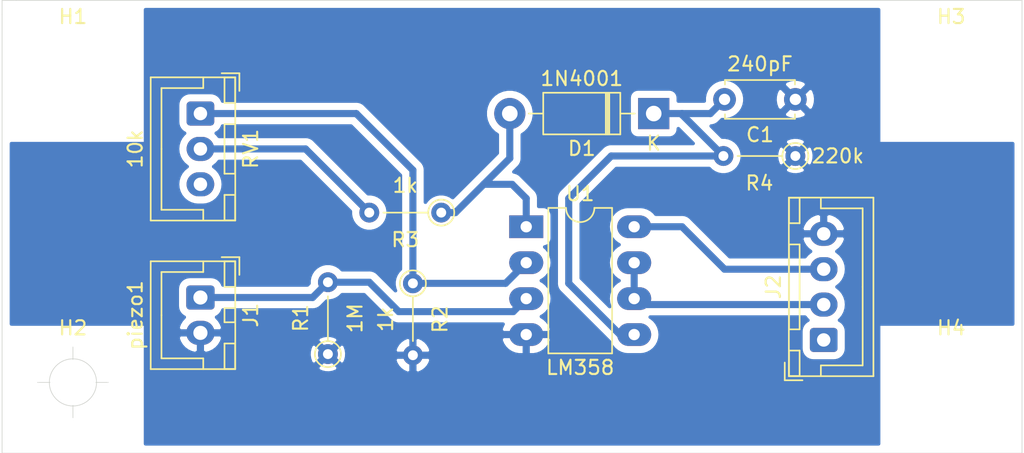
<source format=kicad_pcb>
(kicad_pcb (version 20171130) (host pcbnew 5.1.10-88a1d61d58~90~ubuntu20.04.1)

  (general
    (thickness 1.6)
    (drawings 7)
    (tracks 36)
    (zones 0)
    (modules 14)
    (nets 11)
  )

  (page A4)
  (layers
    (0 F.Cu signal)
    (31 B.Cu signal)
    (32 B.Adhes user)
    (33 F.Adhes user)
    (34 B.Paste user)
    (35 F.Paste user)
    (36 B.SilkS user)
    (37 F.SilkS user)
    (38 B.Mask user)
    (39 F.Mask user)
    (40 Dwgs.User user)
    (41 Cmts.User user)
    (42 Eco1.User user)
    (43 Eco2.User user)
    (44 Edge.Cuts user)
    (45 Margin user)
    (46 B.CrtYd user)
    (47 F.CrtYd user)
    (48 B.Fab user)
    (49 F.Fab user)
  )

  (setup
    (last_trace_width 0.5)
    (user_trace_width 0.5)
    (trace_clearance 0.2)
    (zone_clearance 0.508)
    (zone_45_only no)
    (trace_min 0.2)
    (via_size 0.8)
    (via_drill 0.4)
    (via_min_size 0.4)
    (via_min_drill 0.3)
    (uvia_size 0.3)
    (uvia_drill 0.1)
    (uvias_allowed no)
    (uvia_min_size 0.2)
    (uvia_min_drill 0.1)
    (edge_width 0.05)
    (segment_width 0.2)
    (pcb_text_width 0.3)
    (pcb_text_size 1.5 1.5)
    (mod_edge_width 0.12)
    (mod_text_size 1 1)
    (mod_text_width 0.15)
    (pad_size 1.524 1.524)
    (pad_drill 0.762)
    (pad_to_mask_clearance 0)
    (aux_axis_origin 0 0)
    (grid_origin 66 134)
    (visible_elements FFFFFF7F)
    (pcbplotparams
      (layerselection 0x010fc_ffffffff)
      (usegerberextensions false)
      (usegerberattributes true)
      (usegerberadvancedattributes true)
      (creategerberjobfile true)
      (excludeedgelayer true)
      (linewidth 0.100000)
      (plotframeref false)
      (viasonmask false)
      (mode 1)
      (useauxorigin false)
      (hpglpennumber 1)
      (hpglpenspeed 20)
      (hpglpendiameter 15.000000)
      (psnegative false)
      (psa4output false)
      (plotreference true)
      (plotvalue true)
      (plotinvisibletext false)
      (padsonsilk false)
      (subtractmaskfromsilk false)
      (outputformat 1)
      (mirror false)
      (drillshape 1)
      (scaleselection 1)
      (outputdirectory ""))
  )

  (net 0 "")
  (net 1 GND)
  (net 2 "Net-(C1-Pad2)")
  (net 3 "Net-(D1-Pad2)")
  (net 4 "Net-(J1-Pad1)")
  (net 5 "Net-(J2-Pad1)")
  (net 6 "Net-(J2-Pad2)")
  (net 7 +5V)
  (net 8 "Net-(R2-Pad1)")
  (net 9 "Net-(R3-Pad2)")
  (net 10 "Net-(RV1-Pad3)")

  (net_class Default "This is the default net class."
    (clearance 0.2)
    (trace_width 0.25)
    (via_dia 0.8)
    (via_drill 0.4)
    (uvia_dia 0.3)
    (uvia_drill 0.1)
    (add_net +5V)
    (add_net GND)
    (add_net "Net-(C1-Pad2)")
    (add_net "Net-(D1-Pad2)")
    (add_net "Net-(J1-Pad1)")
    (add_net "Net-(J2-Pad1)")
    (add_net "Net-(J2-Pad2)")
    (add_net "Net-(R2-Pad1)")
    (add_net "Net-(R3-Pad2)")
    (add_net "Net-(RV1-Pad3)")
  )

  (module Resistor_THT:R_Axial_DIN0204_L3.6mm_D1.6mm_P5.08mm_Vertical (layer F.Cu) (tedit 5AE5139B) (tstamp 623E799F)
    (at 97 117 180)
    (descr "Resistor, Axial_DIN0204 series, Axial, Vertical, pin pitch=5.08mm, 0.167W, length*diameter=3.6*1.6mm^2, http://cdn-reichelt.de/documents/datenblatt/B400/1_4W%23YAG.pdf")
    (tags "Resistor Axial_DIN0204 series Axial Vertical pin pitch 5.08mm 0.167W length 3.6mm diameter 1.6mm")
    (path /6243258B)
    (fp_text reference R3 (at 2.54 -1.92) (layer F.SilkS)
      (effects (font (size 1 1) (thickness 0.15)))
    )
    (fp_text value 1k (at 2.54 1.92) (layer F.SilkS)
      (effects (font (size 1 1) (thickness 0.15)))
    )
    (fp_line (start 6.03 -1.05) (end -1.05 -1.05) (layer F.CrtYd) (width 0.05))
    (fp_line (start 6.03 1.05) (end 6.03 -1.05) (layer F.CrtYd) (width 0.05))
    (fp_line (start -1.05 1.05) (end 6.03 1.05) (layer F.CrtYd) (width 0.05))
    (fp_line (start -1.05 -1.05) (end -1.05 1.05) (layer F.CrtYd) (width 0.05))
    (fp_line (start 0.92 0) (end 4.08 0) (layer F.SilkS) (width 0.12))
    (fp_line (start 0 0) (end 5.08 0) (layer F.Fab) (width 0.1))
    (fp_circle (center 0 0) (end 0.92 0) (layer F.SilkS) (width 0.12))
    (fp_circle (center 0 0) (end 0.8 0) (layer F.Fab) (width 0.1))
    (fp_text user %R (at 2.54 -1.92) (layer F.Fab)
      (effects (font (size 1 1) (thickness 0.15)))
    )
    (pad 1 thru_hole circle (at 0 0 180) (size 1.4 1.4) (drill 0.7) (layers *.Cu *.Mask)
      (net 3 "Net-(D1-Pad2)"))
    (pad 2 thru_hole oval (at 5.08 0 180) (size 1.4 1.4) (drill 0.7) (layers *.Cu *.Mask)
      (net 9 "Net-(R3-Pad2)"))
    (model ${KISYS3DMOD}/Resistor_THT.3dshapes/R_Axial_DIN0204_L3.6mm_D1.6mm_P5.08mm_Vertical.wrl
      (at (xyz 0 0 0))
      (scale (xyz 1 1 1))
      (rotate (xyz 0 0 0))
    )
  )

  (module Capacitor_THT:C_Disc_D4.7mm_W2.5mm_P5.00mm (layer F.Cu) (tedit 5AE50EF0) (tstamp 623E78DF)
    (at 122 109 180)
    (descr "C, Disc series, Radial, pin pitch=5.00mm, , diameter*width=4.7*2.5mm^2, Capacitor, http://www.vishay.com/docs/45233/krseries.pdf")
    (tags "C Disc series Radial pin pitch 5.00mm  diameter 4.7mm width 2.5mm Capacitor")
    (path /62477935)
    (fp_text reference C1 (at 2.5 -2.5) (layer F.SilkS)
      (effects (font (size 1 1) (thickness 0.15)))
    )
    (fp_text value 240pF (at 2.5 2.5) (layer F.SilkS)
      (effects (font (size 1 1) (thickness 0.15)))
    )
    (fp_line (start 6.05 -1.5) (end -1.05 -1.5) (layer F.CrtYd) (width 0.05))
    (fp_line (start 6.05 1.5) (end 6.05 -1.5) (layer F.CrtYd) (width 0.05))
    (fp_line (start -1.05 1.5) (end 6.05 1.5) (layer F.CrtYd) (width 0.05))
    (fp_line (start -1.05 -1.5) (end -1.05 1.5) (layer F.CrtYd) (width 0.05))
    (fp_line (start 4.97 1.055) (end 4.97 1.37) (layer F.SilkS) (width 0.12))
    (fp_line (start 4.97 -1.37) (end 4.97 -1.055) (layer F.SilkS) (width 0.12))
    (fp_line (start 0.03 1.055) (end 0.03 1.37) (layer F.SilkS) (width 0.12))
    (fp_line (start 0.03 -1.37) (end 0.03 -1.055) (layer F.SilkS) (width 0.12))
    (fp_line (start 0.03 1.37) (end 4.97 1.37) (layer F.SilkS) (width 0.12))
    (fp_line (start 0.03 -1.37) (end 4.97 -1.37) (layer F.SilkS) (width 0.12))
    (fp_line (start 4.85 -1.25) (end 0.15 -1.25) (layer F.Fab) (width 0.1))
    (fp_line (start 4.85 1.25) (end 4.85 -1.25) (layer F.Fab) (width 0.1))
    (fp_line (start 0.15 1.25) (end 4.85 1.25) (layer F.Fab) (width 0.1))
    (fp_line (start 0.15 -1.25) (end 0.15 1.25) (layer F.Fab) (width 0.1))
    (fp_text user %R (at 2.5 0) (layer F.Fab)
      (effects (font (size 0.94 0.94) (thickness 0.141)))
    )
    (pad 1 thru_hole circle (at 0 0 180) (size 1.6 1.6) (drill 0.8) (layers *.Cu *.Mask)
      (net 1 GND))
    (pad 2 thru_hole circle (at 5 0 180) (size 1.6 1.6) (drill 0.8) (layers *.Cu *.Mask)
      (net 2 "Net-(C1-Pad2)"))
    (model ${KISYS3DMOD}/Capacitor_THT.3dshapes/C_Disc_D4.7mm_W2.5mm_P5.00mm.wrl
      (at (xyz 0 0 0))
      (scale (xyz 1 1 1))
      (rotate (xyz 0 0 0))
    )
  )

  (module Diode_THT:D_DO-41_SOD81_P10.16mm_Horizontal (layer F.Cu) (tedit 5AE50CD5) (tstamp 623E78FE)
    (at 112 110 180)
    (descr "Diode, DO-41_SOD81 series, Axial, Horizontal, pin pitch=10.16mm, , length*diameter=5.2*2.7mm^2, , http://www.diodes.com/_files/packages/DO-41%20(Plastic).pdf")
    (tags "Diode DO-41_SOD81 series Axial Horizontal pin pitch 10.16mm  length 5.2mm diameter 2.7mm")
    (path /62450ABC)
    (fp_text reference D1 (at 5.08 -2.47) (layer F.SilkS)
      (effects (font (size 1 1) (thickness 0.15)))
    )
    (fp_text value 1N4001 (at 5.08 2.47) (layer F.SilkS)
      (effects (font (size 1 1) (thickness 0.15)))
    )
    (fp_line (start 11.51 -1.6) (end -1.35 -1.6) (layer F.CrtYd) (width 0.05))
    (fp_line (start 11.51 1.6) (end 11.51 -1.6) (layer F.CrtYd) (width 0.05))
    (fp_line (start -1.35 1.6) (end 11.51 1.6) (layer F.CrtYd) (width 0.05))
    (fp_line (start -1.35 -1.6) (end -1.35 1.6) (layer F.CrtYd) (width 0.05))
    (fp_line (start 3.14 -1.47) (end 3.14 1.47) (layer F.SilkS) (width 0.12))
    (fp_line (start 3.38 -1.47) (end 3.38 1.47) (layer F.SilkS) (width 0.12))
    (fp_line (start 3.26 -1.47) (end 3.26 1.47) (layer F.SilkS) (width 0.12))
    (fp_line (start 8.82 0) (end 7.8 0) (layer F.SilkS) (width 0.12))
    (fp_line (start 1.34 0) (end 2.36 0) (layer F.SilkS) (width 0.12))
    (fp_line (start 7.8 -1.47) (end 2.36 -1.47) (layer F.SilkS) (width 0.12))
    (fp_line (start 7.8 1.47) (end 7.8 -1.47) (layer F.SilkS) (width 0.12))
    (fp_line (start 2.36 1.47) (end 7.8 1.47) (layer F.SilkS) (width 0.12))
    (fp_line (start 2.36 -1.47) (end 2.36 1.47) (layer F.SilkS) (width 0.12))
    (fp_line (start 3.16 -1.35) (end 3.16 1.35) (layer F.Fab) (width 0.1))
    (fp_line (start 3.36 -1.35) (end 3.36 1.35) (layer F.Fab) (width 0.1))
    (fp_line (start 3.26 -1.35) (end 3.26 1.35) (layer F.Fab) (width 0.1))
    (fp_line (start 10.16 0) (end 7.68 0) (layer F.Fab) (width 0.1))
    (fp_line (start 0 0) (end 2.48 0) (layer F.Fab) (width 0.1))
    (fp_line (start 7.68 -1.35) (end 2.48 -1.35) (layer F.Fab) (width 0.1))
    (fp_line (start 7.68 1.35) (end 7.68 -1.35) (layer F.Fab) (width 0.1))
    (fp_line (start 2.48 1.35) (end 7.68 1.35) (layer F.Fab) (width 0.1))
    (fp_line (start 2.48 -1.35) (end 2.48 1.35) (layer F.Fab) (width 0.1))
    (fp_text user %R (at 5.47 0) (layer F.Fab)
      (effects (font (size 1 1) (thickness 0.15)))
    )
    (fp_text user K (at 0 -2.1) (layer F.Fab)
      (effects (font (size 1 1) (thickness 0.15)))
    )
    (fp_text user K (at 0 -2.1) (layer F.SilkS)
      (effects (font (size 1 1) (thickness 0.15)))
    )
    (pad 1 thru_hole rect (at 0 0 180) (size 2.2 2.2) (drill 1.1) (layers *.Cu *.Mask)
      (net 2 "Net-(C1-Pad2)"))
    (pad 2 thru_hole oval (at 10.16 0 180) (size 2.2 2.2) (drill 1.1) (layers *.Cu *.Mask)
      (net 3 "Net-(D1-Pad2)"))
    (model ${KISYS3DMOD}/Diode_THT.3dshapes/D_DO-41_SOD81_P10.16mm_Horizontal.wrl
      (at (xyz 0 0 0))
      (scale (xyz 1 1 1))
      (rotate (xyz 0 0 0))
    )
  )

  (module MountingHole:MountingHole_3.2mm_M3_ISO7380 (layer F.Cu) (tedit 56D1B4CB) (tstamp 623E7906)
    (at 71 107)
    (descr "Mounting Hole 3.2mm, no annular, M3, ISO7380")
    (tags "mounting hole 3.2mm no annular m3 iso7380")
    (path /62A0A091)
    (attr virtual)
    (fp_text reference H1 (at 0 -3.85) (layer F.SilkS)
      (effects (font (size 1 1) (thickness 0.15)))
    )
    (fp_text value MountingHole (at 0 3.85) (layer F.Fab)
      (effects (font (size 1 1) (thickness 0.15)))
    )
    (fp_circle (center 0 0) (end 3.1 0) (layer F.CrtYd) (width 0.05))
    (fp_circle (center 0 0) (end 2.85 0) (layer Cmts.User) (width 0.15))
    (fp_text user %R (at 0.3 0) (layer F.Fab)
      (effects (font (size 1 1) (thickness 0.15)))
    )
    (pad 1 np_thru_hole circle (at 0 0) (size 3.2 3.2) (drill 3.2) (layers *.Cu *.Mask))
  )

  (module MountingHole:MountingHole_3.2mm_M3_ISO7380 (layer F.Cu) (tedit 56D1B4CB) (tstamp 623E790E)
    (at 71 129)
    (descr "Mounting Hole 3.2mm, no annular, M3, ISO7380")
    (tags "mounting hole 3.2mm no annular m3 iso7380")
    (path /6247D7D4)
    (attr virtual)
    (fp_text reference H2 (at 0 -3.85) (layer F.SilkS)
      (effects (font (size 1 1) (thickness 0.15)))
    )
    (fp_text value MountingHole (at 0 3.85) (layer F.Fab)
      (effects (font (size 1 1) (thickness 0.15)))
    )
    (fp_text user %R (at 0.3 0) (layer F.Fab)
      (effects (font (size 1 1) (thickness 0.15)))
    )
    (fp_circle (center 0 0) (end 2.85 0) (layer Cmts.User) (width 0.15))
    (fp_circle (center 0 0) (end 3.1 0) (layer F.CrtYd) (width 0.05))
    (pad 1 np_thru_hole circle (at 0 0) (size 3.2 3.2) (drill 3.2) (layers *.Cu *.Mask))
  )

  (module MountingHole:MountingHole_3.2mm_M3_ISO7380 (layer F.Cu) (tedit 56D1B4CB) (tstamp 623E7916)
    (at 133 107)
    (descr "Mounting Hole 3.2mm, no annular, M3, ISO7380")
    (tags "mounting hole 3.2mm no annular m3 iso7380")
    (path /6247DE98)
    (attr virtual)
    (fp_text reference H3 (at 0 -3.85) (layer F.SilkS)
      (effects (font (size 1 1) (thickness 0.15)))
    )
    (fp_text value MountingHole (at 0 3.85) (layer F.Fab)
      (effects (font (size 1 1) (thickness 0.15)))
    )
    (fp_circle (center 0 0) (end 3.1 0) (layer F.CrtYd) (width 0.05))
    (fp_circle (center 0 0) (end 2.85 0) (layer Cmts.User) (width 0.15))
    (fp_text user %R (at 0.3 0) (layer F.Fab)
      (effects (font (size 1 1) (thickness 0.15)))
    )
    (pad 1 np_thru_hole circle (at 0 0) (size 3.2 3.2) (drill 3.2) (layers *.Cu *.Mask))
  )

  (module MountingHole:MountingHole_3.2mm_M3_ISO7380 (layer F.Cu) (tedit 56D1B4CB) (tstamp 623E791E)
    (at 133 129)
    (descr "Mounting Hole 3.2mm, no annular, M3, ISO7380")
    (tags "mounting hole 3.2mm no annular m3 iso7380")
    (path /6247E15E)
    (attr virtual)
    (fp_text reference H4 (at 0 -3.85) (layer F.SilkS)
      (effects (font (size 1 1) (thickness 0.15)))
    )
    (fp_text value MountingHole (at 0 3.85) (layer F.Fab)
      (effects (font (size 1 1) (thickness 0.15)))
    )
    (fp_text user %R (at 0.3 0) (layer F.Fab)
      (effects (font (size 1 1) (thickness 0.15)))
    )
    (fp_circle (center 0 0) (end 2.85 0) (layer Cmts.User) (width 0.15))
    (fp_circle (center 0 0) (end 3.1 0) (layer F.CrtYd) (width 0.05))
    (pad 1 np_thru_hole circle (at 0 0) (size 3.2 3.2) (drill 3.2) (layers *.Cu *.Mask))
  )

  (module Connector_JST:JST_XH_B2B-XH-A_1x02_P2.50mm_Vertical (layer F.Cu) (tedit 5C28146C) (tstamp 623E7947)
    (at 80 123 270)
    (descr "JST XH series connector, B2B-XH-A (http://www.jst-mfg.com/product/pdf/eng/eXH.pdf), generated with kicad-footprint-generator")
    (tags "connector JST XH vertical")
    (path /62A0CF6E)
    (fp_text reference J1 (at 1.25 -3.55 90) (layer F.SilkS)
      (effects (font (size 1 1) (thickness 0.15)))
    )
    (fp_text value piezo1 (at 1.25 4.6 90) (layer F.SilkS)
      (effects (font (size 1 1) (thickness 0.15)))
    )
    (fp_line (start -2.85 -2.75) (end -2.85 -1.5) (layer F.SilkS) (width 0.12))
    (fp_line (start -1.6 -2.75) (end -2.85 -2.75) (layer F.SilkS) (width 0.12))
    (fp_line (start 4.3 2.75) (end 1.25 2.75) (layer F.SilkS) (width 0.12))
    (fp_line (start 4.3 -0.2) (end 4.3 2.75) (layer F.SilkS) (width 0.12))
    (fp_line (start 5.05 -0.2) (end 4.3 -0.2) (layer F.SilkS) (width 0.12))
    (fp_line (start -1.8 2.75) (end 1.25 2.75) (layer F.SilkS) (width 0.12))
    (fp_line (start -1.8 -0.2) (end -1.8 2.75) (layer F.SilkS) (width 0.12))
    (fp_line (start -2.55 -0.2) (end -1.8 -0.2) (layer F.SilkS) (width 0.12))
    (fp_line (start 5.05 -2.45) (end 3.25 -2.45) (layer F.SilkS) (width 0.12))
    (fp_line (start 5.05 -1.7) (end 5.05 -2.45) (layer F.SilkS) (width 0.12))
    (fp_line (start 3.25 -1.7) (end 5.05 -1.7) (layer F.SilkS) (width 0.12))
    (fp_line (start 3.25 -2.45) (end 3.25 -1.7) (layer F.SilkS) (width 0.12))
    (fp_line (start -0.75 -2.45) (end -2.55 -2.45) (layer F.SilkS) (width 0.12))
    (fp_line (start -0.75 -1.7) (end -0.75 -2.45) (layer F.SilkS) (width 0.12))
    (fp_line (start -2.55 -1.7) (end -0.75 -1.7) (layer F.SilkS) (width 0.12))
    (fp_line (start -2.55 -2.45) (end -2.55 -1.7) (layer F.SilkS) (width 0.12))
    (fp_line (start 1.75 -2.45) (end 0.75 -2.45) (layer F.SilkS) (width 0.12))
    (fp_line (start 1.75 -1.7) (end 1.75 -2.45) (layer F.SilkS) (width 0.12))
    (fp_line (start 0.75 -1.7) (end 1.75 -1.7) (layer F.SilkS) (width 0.12))
    (fp_line (start 0.75 -2.45) (end 0.75 -1.7) (layer F.SilkS) (width 0.12))
    (fp_line (start 0 -1.35) (end 0.625 -2.35) (layer F.Fab) (width 0.1))
    (fp_line (start -0.625 -2.35) (end 0 -1.35) (layer F.Fab) (width 0.1))
    (fp_line (start 5.45 -2.85) (end -2.95 -2.85) (layer F.CrtYd) (width 0.05))
    (fp_line (start 5.45 3.9) (end 5.45 -2.85) (layer F.CrtYd) (width 0.05))
    (fp_line (start -2.95 3.9) (end 5.45 3.9) (layer F.CrtYd) (width 0.05))
    (fp_line (start -2.95 -2.85) (end -2.95 3.9) (layer F.CrtYd) (width 0.05))
    (fp_line (start 5.06 -2.46) (end -2.56 -2.46) (layer F.SilkS) (width 0.12))
    (fp_line (start 5.06 3.51) (end 5.06 -2.46) (layer F.SilkS) (width 0.12))
    (fp_line (start -2.56 3.51) (end 5.06 3.51) (layer F.SilkS) (width 0.12))
    (fp_line (start -2.56 -2.46) (end -2.56 3.51) (layer F.SilkS) (width 0.12))
    (fp_line (start 4.95 -2.35) (end -2.45 -2.35) (layer F.Fab) (width 0.1))
    (fp_line (start 4.95 3.4) (end 4.95 -2.35) (layer F.Fab) (width 0.1))
    (fp_line (start -2.45 3.4) (end 4.95 3.4) (layer F.Fab) (width 0.1))
    (fp_line (start -2.45 -2.35) (end -2.45 3.4) (layer F.Fab) (width 0.1))
    (fp_text user %R (at 1.25 2.7 90) (layer F.Fab)
      (effects (font (size 1 1) (thickness 0.15)))
    )
    (pad 1 thru_hole roundrect (at 0 0 270) (size 1.7 2) (drill 1) (layers *.Cu *.Mask) (roundrect_rratio 0.147059)
      (net 4 "Net-(J1-Pad1)"))
    (pad 2 thru_hole oval (at 2.5 0 270) (size 1.7 2) (drill 1) (layers *.Cu *.Mask)
      (net 1 GND))
    (model ${KISYS3DMOD}/Connector_JST.3dshapes/JST_XH_B2B-XH-A_1x02_P2.50mm_Vertical.wrl
      (at (xyz 0 0 0))
      (scale (xyz 1 1 1))
      (rotate (xyz 0 0 0))
    )
  )

  (module Connector_JST:JST_XH_B4B-XH-A_1x04_P2.50mm_Vertical (layer F.Cu) (tedit 5C28146C) (tstamp 623E7972)
    (at 124 126 90)
    (descr "JST XH series connector, B4B-XH-A (http://www.jst-mfg.com/product/pdf/eng/eXH.pdf), generated with kicad-footprint-generator")
    (tags "connector JST XH vertical")
    (path /62A0BBFD)
    (fp_text reference J2 (at 3.75 -3.55 90) (layer F.SilkS)
      (effects (font (size 1 1) (thickness 0.15)))
    )
    (fp_text value Conn_01x04 (at 3.75 4.6 90) (layer F.Fab)
      (effects (font (size 1 1) (thickness 0.15)))
    )
    (fp_line (start -2.85 -2.75) (end -2.85 -1.5) (layer F.SilkS) (width 0.12))
    (fp_line (start -1.6 -2.75) (end -2.85 -2.75) (layer F.SilkS) (width 0.12))
    (fp_line (start 9.3 2.75) (end 3.75 2.75) (layer F.SilkS) (width 0.12))
    (fp_line (start 9.3 -0.2) (end 9.3 2.75) (layer F.SilkS) (width 0.12))
    (fp_line (start 10.05 -0.2) (end 9.3 -0.2) (layer F.SilkS) (width 0.12))
    (fp_line (start -1.8 2.75) (end 3.75 2.75) (layer F.SilkS) (width 0.12))
    (fp_line (start -1.8 -0.2) (end -1.8 2.75) (layer F.SilkS) (width 0.12))
    (fp_line (start -2.55 -0.2) (end -1.8 -0.2) (layer F.SilkS) (width 0.12))
    (fp_line (start 10.05 -2.45) (end 8.25 -2.45) (layer F.SilkS) (width 0.12))
    (fp_line (start 10.05 -1.7) (end 10.05 -2.45) (layer F.SilkS) (width 0.12))
    (fp_line (start 8.25 -1.7) (end 10.05 -1.7) (layer F.SilkS) (width 0.12))
    (fp_line (start 8.25 -2.45) (end 8.25 -1.7) (layer F.SilkS) (width 0.12))
    (fp_line (start -0.75 -2.45) (end -2.55 -2.45) (layer F.SilkS) (width 0.12))
    (fp_line (start -0.75 -1.7) (end -0.75 -2.45) (layer F.SilkS) (width 0.12))
    (fp_line (start -2.55 -1.7) (end -0.75 -1.7) (layer F.SilkS) (width 0.12))
    (fp_line (start -2.55 -2.45) (end -2.55 -1.7) (layer F.SilkS) (width 0.12))
    (fp_line (start 6.75 -2.45) (end 0.75 -2.45) (layer F.SilkS) (width 0.12))
    (fp_line (start 6.75 -1.7) (end 6.75 -2.45) (layer F.SilkS) (width 0.12))
    (fp_line (start 0.75 -1.7) (end 6.75 -1.7) (layer F.SilkS) (width 0.12))
    (fp_line (start 0.75 -2.45) (end 0.75 -1.7) (layer F.SilkS) (width 0.12))
    (fp_line (start 0 -1.35) (end 0.625 -2.35) (layer F.Fab) (width 0.1))
    (fp_line (start -0.625 -2.35) (end 0 -1.35) (layer F.Fab) (width 0.1))
    (fp_line (start 10.45 -2.85) (end -2.95 -2.85) (layer F.CrtYd) (width 0.05))
    (fp_line (start 10.45 3.9) (end 10.45 -2.85) (layer F.CrtYd) (width 0.05))
    (fp_line (start -2.95 3.9) (end 10.45 3.9) (layer F.CrtYd) (width 0.05))
    (fp_line (start -2.95 -2.85) (end -2.95 3.9) (layer F.CrtYd) (width 0.05))
    (fp_line (start 10.06 -2.46) (end -2.56 -2.46) (layer F.SilkS) (width 0.12))
    (fp_line (start 10.06 3.51) (end 10.06 -2.46) (layer F.SilkS) (width 0.12))
    (fp_line (start -2.56 3.51) (end 10.06 3.51) (layer F.SilkS) (width 0.12))
    (fp_line (start -2.56 -2.46) (end -2.56 3.51) (layer F.SilkS) (width 0.12))
    (fp_line (start 9.95 -2.35) (end -2.45 -2.35) (layer F.Fab) (width 0.1))
    (fp_line (start 9.95 3.4) (end 9.95 -2.35) (layer F.Fab) (width 0.1))
    (fp_line (start -2.45 3.4) (end 9.95 3.4) (layer F.Fab) (width 0.1))
    (fp_line (start -2.45 -2.35) (end -2.45 3.4) (layer F.Fab) (width 0.1))
    (fp_text user %R (at 3.75 2.7 90) (layer F.Fab)
      (effects (font (size 1 1) (thickness 0.15)))
    )
    (pad 1 thru_hole roundrect (at 0 0 90) (size 1.7 1.95) (drill 0.95) (layers *.Cu *.Mask) (roundrect_rratio 0.147059)
      (net 5 "Net-(J2-Pad1)"))
    (pad 2 thru_hole oval (at 2.5 0 90) (size 1.7 1.95) (drill 0.95) (layers *.Cu *.Mask)
      (net 6 "Net-(J2-Pad2)"))
    (pad 3 thru_hole oval (at 5 0 90) (size 1.7 1.95) (drill 0.95) (layers *.Cu *.Mask)
      (net 7 +5V))
    (pad 4 thru_hole oval (at 7.5 0 90) (size 1.7 1.95) (drill 0.95) (layers *.Cu *.Mask)
      (net 1 GND))
    (model ${KISYS3DMOD}/Connector_JST.3dshapes/JST_XH_B4B-XH-A_1x04_P2.50mm_Vertical.wrl
      (at (xyz 0 0 0))
      (scale (xyz 1 1 1))
      (rotate (xyz 0 0 0))
    )
  )

  (module Resistor_THT:R_Axial_DIN0204_L3.6mm_D1.6mm_P5.08mm_Vertical (layer F.Cu) (tedit 5AE5139B) (tstamp 623E7981)
    (at 89 127 90)
    (descr "Resistor, Axial_DIN0204 series, Axial, Vertical, pin pitch=5.08mm, 0.167W, length*diameter=3.6*1.6mm^2, http://cdn-reichelt.de/documents/datenblatt/B400/1_4W%23YAG.pdf")
    (tags "Resistor Axial_DIN0204 series Axial Vertical pin pitch 5.08mm 0.167W length 3.6mm diameter 1.6mm")
    (path /6240A6F9)
    (fp_text reference R1 (at 2.54 -1.92 90) (layer F.SilkS)
      (effects (font (size 1 1) (thickness 0.15)))
    )
    (fp_text value 1M (at 2.54 1.92 90) (layer F.SilkS)
      (effects (font (size 1 1) (thickness 0.15)))
    )
    (fp_text user %R (at 2.54 -1.92 90) (layer F.Fab)
      (effects (font (size 1 1) (thickness 0.15)))
    )
    (fp_circle (center 0 0) (end 0.8 0) (layer F.Fab) (width 0.1))
    (fp_circle (center 0 0) (end 0.92 0) (layer F.SilkS) (width 0.12))
    (fp_line (start 0 0) (end 5.08 0) (layer F.Fab) (width 0.1))
    (fp_line (start 0.92 0) (end 4.08 0) (layer F.SilkS) (width 0.12))
    (fp_line (start -1.05 -1.05) (end -1.05 1.05) (layer F.CrtYd) (width 0.05))
    (fp_line (start -1.05 1.05) (end 6.03 1.05) (layer F.CrtYd) (width 0.05))
    (fp_line (start 6.03 1.05) (end 6.03 -1.05) (layer F.CrtYd) (width 0.05))
    (fp_line (start 6.03 -1.05) (end -1.05 -1.05) (layer F.CrtYd) (width 0.05))
    (pad 2 thru_hole oval (at 5.08 0 90) (size 1.4 1.4) (drill 0.7) (layers *.Cu *.Mask)
      (net 4 "Net-(J1-Pad1)"))
    (pad 1 thru_hole circle (at 0 0 90) (size 1.4 1.4) (drill 0.7) (layers *.Cu *.Mask)
      (net 1 GND))
    (model ${KISYS3DMOD}/Resistor_THT.3dshapes/R_Axial_DIN0204_L3.6mm_D1.6mm_P5.08mm_Vertical.wrl
      (at (xyz 0 0 0))
      (scale (xyz 1 1 1))
      (rotate (xyz 0 0 0))
    )
  )

  (module Resistor_THT:R_Axial_DIN0204_L3.6mm_D1.6mm_P5.08mm_Vertical (layer F.Cu) (tedit 5AE5139B) (tstamp 623E7990)
    (at 95 122 270)
    (descr "Resistor, Axial_DIN0204 series, Axial, Vertical, pin pitch=5.08mm, 0.167W, length*diameter=3.6*1.6mm^2, http://cdn-reichelt.de/documents/datenblatt/B400/1_4W%23YAG.pdf")
    (tags "Resistor Axial_DIN0204 series Axial Vertical pin pitch 5.08mm 0.167W length 3.6mm diameter 1.6mm")
    (path /62409F31)
    (fp_text reference R2 (at 2.54 -1.92 90) (layer F.SilkS)
      (effects (font (size 1 1) (thickness 0.15)))
    )
    (fp_text value 1k (at 2.54 1.92 90) (layer F.SilkS)
      (effects (font (size 1 1) (thickness 0.15)))
    )
    (fp_line (start 6.03 -1.05) (end -1.05 -1.05) (layer F.CrtYd) (width 0.05))
    (fp_line (start 6.03 1.05) (end 6.03 -1.05) (layer F.CrtYd) (width 0.05))
    (fp_line (start -1.05 1.05) (end 6.03 1.05) (layer F.CrtYd) (width 0.05))
    (fp_line (start -1.05 -1.05) (end -1.05 1.05) (layer F.CrtYd) (width 0.05))
    (fp_line (start 0.92 0) (end 4.08 0) (layer F.SilkS) (width 0.12))
    (fp_line (start 0 0) (end 5.08 0) (layer F.Fab) (width 0.1))
    (fp_circle (center 0 0) (end 0.92 0) (layer F.SilkS) (width 0.12))
    (fp_circle (center 0 0) (end 0.8 0) (layer F.Fab) (width 0.1))
    (fp_text user %R (at 2.54 -1.92 90) (layer F.Fab)
      (effects (font (size 1 1) (thickness 0.15)))
    )
    (pad 1 thru_hole circle (at 0 0 270) (size 1.4 1.4) (drill 0.7) (layers *.Cu *.Mask)
      (net 8 "Net-(R2-Pad1)"))
    (pad 2 thru_hole oval (at 5.08 0 270) (size 1.4 1.4) (drill 0.7) (layers *.Cu *.Mask)
      (net 1 GND))
    (model ${KISYS3DMOD}/Resistor_THT.3dshapes/R_Axial_DIN0204_L3.6mm_D1.6mm_P5.08mm_Vertical.wrl
      (at (xyz 0 0 0))
      (scale (xyz 1 1 1))
      (rotate (xyz 0 0 0))
    )
  )

  (module Resistor_THT:R_Axial_DIN0204_L3.6mm_D1.6mm_P5.08mm_Vertical (layer F.Cu) (tedit 5AE5139B) (tstamp 623E79AE)
    (at 122 113 180)
    (descr "Resistor, Axial_DIN0204 series, Axial, Vertical, pin pitch=5.08mm, 0.167W, length*diameter=3.6*1.6mm^2, http://cdn-reichelt.de/documents/datenblatt/B400/1_4W%23YAG.pdf")
    (tags "Resistor Axial_DIN0204 series Axial Vertical pin pitch 5.08mm 0.167W length 3.6mm diameter 1.6mm")
    (path /62457FB7)
    (fp_text reference R4 (at 2.54 -1.92) (layer F.SilkS)
      (effects (font (size 1 1) (thickness 0.15)))
    )
    (fp_text value 220k (at -3 0) (layer F.SilkS)
      (effects (font (size 1 1) (thickness 0.15)))
    )
    (fp_text user %R (at 2.54 -1.92) (layer F.Fab)
      (effects (font (size 1 1) (thickness 0.15)))
    )
    (fp_circle (center 0 0) (end 0.8 0) (layer F.Fab) (width 0.1))
    (fp_circle (center 0 0) (end 0.92 0) (layer F.SilkS) (width 0.12))
    (fp_line (start 0 0) (end 5.08 0) (layer F.Fab) (width 0.1))
    (fp_line (start 0.92 0) (end 4.08 0) (layer F.SilkS) (width 0.12))
    (fp_line (start -1.05 -1.05) (end -1.05 1.05) (layer F.CrtYd) (width 0.05))
    (fp_line (start -1.05 1.05) (end 6.03 1.05) (layer F.CrtYd) (width 0.05))
    (fp_line (start 6.03 1.05) (end 6.03 -1.05) (layer F.CrtYd) (width 0.05))
    (fp_line (start 6.03 -1.05) (end -1.05 -1.05) (layer F.CrtYd) (width 0.05))
    (pad 2 thru_hole oval (at 5.08 0 180) (size 1.4 1.4) (drill 0.7) (layers *.Cu *.Mask)
      (net 2 "Net-(C1-Pad2)"))
    (pad 1 thru_hole circle (at 0 0 180) (size 1.4 1.4) (drill 0.7) (layers *.Cu *.Mask)
      (net 1 GND))
    (model ${KISYS3DMOD}/Resistor_THT.3dshapes/R_Axial_DIN0204_L3.6mm_D1.6mm_P5.08mm_Vertical.wrl
      (at (xyz 0 0 0))
      (scale (xyz 1 1 1))
      (rotate (xyz 0 0 0))
    )
  )

  (module Connector_JST:JST_XH_B3B-XH-A_1x03_P2.50mm_Vertical (layer F.Cu) (tedit 5C28146C) (tstamp 623E79D8)
    (at 80 110 270)
    (descr "JST XH series connector, B3B-XH-A (http://www.jst-mfg.com/product/pdf/eng/eXH.pdf), generated with kicad-footprint-generator")
    (tags "connector JST XH vertical")
    (path /6242422B)
    (fp_text reference RV1 (at 2.5 -3.55 90) (layer F.SilkS)
      (effects (font (size 1 1) (thickness 0.15)))
    )
    (fp_text value 10k (at 2.5 4.6 90) (layer F.SilkS)
      (effects (font (size 1 1) (thickness 0.15)))
    )
    (fp_line (start -2.85 -2.75) (end -2.85 -1.5) (layer F.SilkS) (width 0.12))
    (fp_line (start -1.6 -2.75) (end -2.85 -2.75) (layer F.SilkS) (width 0.12))
    (fp_line (start 6.8 2.75) (end 2.5 2.75) (layer F.SilkS) (width 0.12))
    (fp_line (start 6.8 -0.2) (end 6.8 2.75) (layer F.SilkS) (width 0.12))
    (fp_line (start 7.55 -0.2) (end 6.8 -0.2) (layer F.SilkS) (width 0.12))
    (fp_line (start -1.8 2.75) (end 2.5 2.75) (layer F.SilkS) (width 0.12))
    (fp_line (start -1.8 -0.2) (end -1.8 2.75) (layer F.SilkS) (width 0.12))
    (fp_line (start -2.55 -0.2) (end -1.8 -0.2) (layer F.SilkS) (width 0.12))
    (fp_line (start 7.55 -2.45) (end 5.75 -2.45) (layer F.SilkS) (width 0.12))
    (fp_line (start 7.55 -1.7) (end 7.55 -2.45) (layer F.SilkS) (width 0.12))
    (fp_line (start 5.75 -1.7) (end 7.55 -1.7) (layer F.SilkS) (width 0.12))
    (fp_line (start 5.75 -2.45) (end 5.75 -1.7) (layer F.SilkS) (width 0.12))
    (fp_line (start -0.75 -2.45) (end -2.55 -2.45) (layer F.SilkS) (width 0.12))
    (fp_line (start -0.75 -1.7) (end -0.75 -2.45) (layer F.SilkS) (width 0.12))
    (fp_line (start -2.55 -1.7) (end -0.75 -1.7) (layer F.SilkS) (width 0.12))
    (fp_line (start -2.55 -2.45) (end -2.55 -1.7) (layer F.SilkS) (width 0.12))
    (fp_line (start 4.25 -2.45) (end 0.75 -2.45) (layer F.SilkS) (width 0.12))
    (fp_line (start 4.25 -1.7) (end 4.25 -2.45) (layer F.SilkS) (width 0.12))
    (fp_line (start 0.75 -1.7) (end 4.25 -1.7) (layer F.SilkS) (width 0.12))
    (fp_line (start 0.75 -2.45) (end 0.75 -1.7) (layer F.SilkS) (width 0.12))
    (fp_line (start 0 -1.35) (end 0.625 -2.35) (layer F.Fab) (width 0.1))
    (fp_line (start -0.625 -2.35) (end 0 -1.35) (layer F.Fab) (width 0.1))
    (fp_line (start 7.95 -2.85) (end -2.95 -2.85) (layer F.CrtYd) (width 0.05))
    (fp_line (start 7.95 3.9) (end 7.95 -2.85) (layer F.CrtYd) (width 0.05))
    (fp_line (start -2.95 3.9) (end 7.95 3.9) (layer F.CrtYd) (width 0.05))
    (fp_line (start -2.95 -2.85) (end -2.95 3.9) (layer F.CrtYd) (width 0.05))
    (fp_line (start 7.56 -2.46) (end -2.56 -2.46) (layer F.SilkS) (width 0.12))
    (fp_line (start 7.56 3.51) (end 7.56 -2.46) (layer F.SilkS) (width 0.12))
    (fp_line (start -2.56 3.51) (end 7.56 3.51) (layer F.SilkS) (width 0.12))
    (fp_line (start -2.56 -2.46) (end -2.56 3.51) (layer F.SilkS) (width 0.12))
    (fp_line (start 7.45 -2.35) (end -2.45 -2.35) (layer F.Fab) (width 0.1))
    (fp_line (start 7.45 3.4) (end 7.45 -2.35) (layer F.Fab) (width 0.1))
    (fp_line (start -2.45 3.4) (end 7.45 3.4) (layer F.Fab) (width 0.1))
    (fp_line (start -2.45 -2.35) (end -2.45 3.4) (layer F.Fab) (width 0.1))
    (fp_text user %R (at 2.5 2.7 90) (layer F.Fab)
      (effects (font (size 1 1) (thickness 0.15)))
    )
    (pad 1 thru_hole roundrect (at 0 0 270) (size 1.7 1.95) (drill 0.95) (layers *.Cu *.Mask) (roundrect_rratio 0.147059)
      (net 8 "Net-(R2-Pad1)"))
    (pad 2 thru_hole oval (at 2.5 0 270) (size 1.7 1.95) (drill 0.95) (layers *.Cu *.Mask)
      (net 9 "Net-(R3-Pad2)"))
    (pad 3 thru_hole oval (at 5 0 270) (size 1.7 1.95) (drill 0.95) (layers *.Cu *.Mask)
      (net 10 "Net-(RV1-Pad3)"))
    (model ${KISYS3DMOD}/Connector_JST.3dshapes/JST_XH_B3B-XH-A_1x03_P2.50mm_Vertical.wrl
      (at (xyz 0 0 0))
      (scale (xyz 1 1 1))
      (rotate (xyz 0 0 0))
    )
  )

  (module Package_DIP:DIP-8_W7.62mm_LongPads (layer F.Cu) (tedit 5A02E8C5) (tstamp 623E79F4)
    (at 103 118)
    (descr "8-lead though-hole mounted DIP package, row spacing 7.62 mm (300 mils), LongPads")
    (tags "THT DIP DIL PDIP 2.54mm 7.62mm 300mil LongPads")
    (path /623DEF39)
    (fp_text reference U1 (at 3.81 -2.33) (layer F.SilkS)
      (effects (font (size 1 1) (thickness 0.15)))
    )
    (fp_text value LM358 (at 3.81 9.95) (layer F.SilkS)
      (effects (font (size 1 1) (thickness 0.15)))
    )
    (fp_line (start 9.1 -1.55) (end -1.45 -1.55) (layer F.CrtYd) (width 0.05))
    (fp_line (start 9.1 9.15) (end 9.1 -1.55) (layer F.CrtYd) (width 0.05))
    (fp_line (start -1.45 9.15) (end 9.1 9.15) (layer F.CrtYd) (width 0.05))
    (fp_line (start -1.45 -1.55) (end -1.45 9.15) (layer F.CrtYd) (width 0.05))
    (fp_line (start 6.06 -1.33) (end 4.81 -1.33) (layer F.SilkS) (width 0.12))
    (fp_line (start 6.06 8.95) (end 6.06 -1.33) (layer F.SilkS) (width 0.12))
    (fp_line (start 1.56 8.95) (end 6.06 8.95) (layer F.SilkS) (width 0.12))
    (fp_line (start 1.56 -1.33) (end 1.56 8.95) (layer F.SilkS) (width 0.12))
    (fp_line (start 2.81 -1.33) (end 1.56 -1.33) (layer F.SilkS) (width 0.12))
    (fp_line (start 0.635 -0.27) (end 1.635 -1.27) (layer F.Fab) (width 0.1))
    (fp_line (start 0.635 8.89) (end 0.635 -0.27) (layer F.Fab) (width 0.1))
    (fp_line (start 6.985 8.89) (end 0.635 8.89) (layer F.Fab) (width 0.1))
    (fp_line (start 6.985 -1.27) (end 6.985 8.89) (layer F.Fab) (width 0.1))
    (fp_line (start 1.635 -1.27) (end 6.985 -1.27) (layer F.Fab) (width 0.1))
    (fp_arc (start 3.81 -1.33) (end 2.81 -1.33) (angle -180) (layer F.SilkS) (width 0.12))
    (fp_text user %R (at 3.81 3.81) (layer F.Fab)
      (effects (font (size 1 1) (thickness 0.15)))
    )
    (pad 1 thru_hole rect (at 0 0) (size 2.4 1.6) (drill 0.8) (layers *.Cu *.Mask)
      (net 3 "Net-(D1-Pad2)"))
    (pad 5 thru_hole oval (at 7.62 7.62) (size 2.4 1.6) (drill 0.8) (layers *.Cu *.Mask)
      (net 2 "Net-(C1-Pad2)"))
    (pad 2 thru_hole oval (at 0 2.54) (size 2.4 1.6) (drill 0.8) (layers *.Cu *.Mask)
      (net 8 "Net-(R2-Pad1)"))
    (pad 6 thru_hole oval (at 7.62 5.08) (size 2.4 1.6) (drill 0.8) (layers *.Cu *.Mask)
      (net 6 "Net-(J2-Pad2)"))
    (pad 3 thru_hole oval (at 0 5.08) (size 2.4 1.6) (drill 0.8) (layers *.Cu *.Mask)
      (net 4 "Net-(J1-Pad1)"))
    (pad 7 thru_hole oval (at 7.62 2.54) (size 2.4 1.6) (drill 0.8) (layers *.Cu *.Mask)
      (net 6 "Net-(J2-Pad2)"))
    (pad 4 thru_hole oval (at 0 7.62) (size 2.4 1.6) (drill 0.8) (layers *.Cu *.Mask)
      (net 1 GND))
    (pad 8 thru_hole oval (at 7.62 0) (size 2.4 1.6) (drill 0.8) (layers *.Cu *.Mask)
      (net 7 +5V))
    (model ${KISYS3DMOD}/Package_DIP.3dshapes/DIP-8_W7.62mm.wrl
      (at (xyz 0 0 0))
      (scale (xyz 1 1 1))
      (rotate (xyz 0 0 0))
    )
  )

  (target plus (at 71 129) (size 5) (width 0.05) (layer Edge.Cuts))
  (gr_line (start 66 102) (end 66 103) (layer Edge.Cuts) (width 0.05) (tstamp 623E8425))
  (gr_line (start 66 102) (end 67 102) (layer Edge.Cuts) (width 0.05) (tstamp 623E8424))
  (gr_line (start 66 134) (end 66 103) (layer Edge.Cuts) (width 0.05))
  (gr_line (start 138 134) (end 66 134) (layer Edge.Cuts) (width 0.05))
  (gr_line (start 138 102) (end 138 134) (layer Edge.Cuts) (width 0.05))
  (gr_line (start 67 102) (end 138 102) (layer Edge.Cuts) (width 0.05))

  (segment (start 116 110) (end 117 109) (width 0.5) (layer B.Cu) (net 2))
  (segment (start 114 110.08) (end 116.92 113) (width 0.5) (layer B.Cu) (net 2))
  (segment (start 114 110) (end 114 110.08) (width 0.5) (layer B.Cu) (net 2))
  (segment (start 112 110) (end 114 110) (width 0.5) (layer B.Cu) (net 2))
  (segment (start 114 110) (end 116 110) (width 0.5) (layer B.Cu) (net 2))
  (segment (start 116.92 113) (end 109 113) (width 0.5) (layer B.Cu) (net 2))
  (segment (start 109 113) (end 106 116) (width 0.5) (layer B.Cu) (net 2))
  (segment (start 106 116) (end 106 122) (width 0.5) (layer B.Cu) (net 2))
  (segment (start 109.62 125.62) (end 110.62 125.62) (width 0.5) (layer B.Cu) (net 2))
  (segment (start 106 122) (end 109.62 125.62) (width 0.5) (layer B.Cu) (net 2))
  (segment (start 97 117) (end 98 117) (width 0.5) (layer B.Cu) (net 3))
  (segment (start 101.84 113.16) (end 101.84 110) (width 0.5) (layer B.Cu) (net 3))
  (segment (start 98 117) (end 100 115) (width 0.5) (layer B.Cu) (net 3))
  (segment (start 100 115) (end 102 115) (width 0.5) (layer B.Cu) (net 3))
  (segment (start 100 115) (end 101.84 113.16) (width 0.5) (layer B.Cu) (net 3))
  (segment (start 102 115) (end 103 116) (width 0.5) (layer B.Cu) (net 3))
  (segment (start 103 116) (end 103 118) (width 0.5) (layer B.Cu) (net 3))
  (segment (start 102.08 124) (end 103 123.08) (width 0.5) (layer B.Cu) (net 4))
  (segment (start 94 124) (end 102.08 124) (width 0.5) (layer B.Cu) (net 4))
  (segment (start 91.92 121.92) (end 94 124) (width 0.5) (layer B.Cu) (net 4))
  (segment (start 89 121.92) (end 91.92 121.92) (width 0.5) (layer B.Cu) (net 4))
  (segment (start 87.92 123) (end 89 121.92) (width 0.5) (layer B.Cu) (net 4))
  (segment (start 80 123) (end 87.92 123) (width 0.5) (layer B.Cu) (net 4))
  (segment (start 111.04 123.5) (end 110.62 123.08) (width 0.5) (layer B.Cu) (net 6))
  (segment (start 124 123.5) (end 111.04 123.5) (width 0.5) (layer B.Cu) (net 6))
  (segment (start 110.62 120.54) (end 110.62 123.08) (width 0.5) (layer B.Cu) (net 6))
  (segment (start 124 121) (end 117 121) (width 0.5) (layer B.Cu) (net 7))
  (segment (start 114 118) (end 110.62 118) (width 0.5) (layer B.Cu) (net 7))
  (segment (start 117 121) (end 114 118) (width 0.5) (layer B.Cu) (net 7))
  (segment (start 101.54 122) (end 103 120.54) (width 0.5) (layer B.Cu) (net 8))
  (segment (start 95 122) (end 101.54 122) (width 0.5) (layer B.Cu) (net 8))
  (segment (start 95 114) (end 95 122) (width 0.5) (layer B.Cu) (net 8))
  (segment (start 91 110) (end 95 114) (width 0.5) (layer B.Cu) (net 8))
  (segment (start 80 110) (end 91 110) (width 0.5) (layer B.Cu) (net 8))
  (segment (start 87.42 112.5) (end 91.92 117) (width 0.5) (layer B.Cu) (net 9))
  (segment (start 80 112.5) (end 87.42 112.5) (width 0.5) (layer B.Cu) (net 9))

  (zone (net 0) (net_name "") (layers F&B.Cu) (tstamp 0) (hatch edge 0.508)
    (connect_pads (clearance 0.508))
    (min_thickness 0.254)
    (keepout (tracks not_allowed) (vias not_allowed) (copperpour not_allowed))
    (fill (arc_segments 32) (thermal_gap 0.508) (thermal_bridge_width 0.508))
    (polygon
      (pts
        (xy 76 112) (xy 66 112) (xy 66 102) (xy 76 102)
      )
    )
  )
  (zone (net 0) (net_name "") (layers F&B.Cu) (tstamp 0) (hatch edge 0.508)
    (connect_pads (clearance 0.508))
    (min_thickness 0.254)
    (keepout (tracks not_allowed) (vias not_allowed) (copperpour not_allowed))
    (fill (arc_segments 32) (thermal_gap 0.508) (thermal_bridge_width 0.508))
    (polygon
      (pts
        (xy 76 134) (xy 66 134) (xy 66 125) (xy 76 125)
      )
    )
  )
  (zone (net 0) (net_name "") (layers F&B.Cu) (tstamp 0) (hatch edge 0.508)
    (connect_pads (clearance 0.508))
    (min_thickness 0.254)
    (keepout (tracks not_allowed) (vias not_allowed) (copperpour not_allowed))
    (fill (arc_segments 32) (thermal_gap 0.508) (thermal_bridge_width 0.508))
    (polygon
      (pts
        (xy 138 112) (xy 128 112) (xy 128 102) (xy 138 102)
      )
    )
  )
  (zone (net 0) (net_name "") (layers F&B.Cu) (tstamp 0) (hatch edge 0.508)
    (connect_pads (clearance 0.508))
    (min_thickness 0.254)
    (keepout (tracks not_allowed) (vias not_allowed) (copperpour not_allowed))
    (fill (arc_segments 32) (thermal_gap 0.508) (thermal_bridge_width 0.508))
    (polygon
      (pts
        (xy 138 134) (xy 128 134) (xy 128 125) (xy 138 125)
      )
    )
  )
  (zone (net 1) (net_name GND) (layer B.Cu) (tstamp 0) (hatch edge 0.508)
    (connect_pads (clearance 0.508))
    (min_thickness 0.254)
    (fill yes (arc_segments 32) (thermal_gap 0.508) (thermal_bridge_width 0.508))
    (polygon
      (pts
        (xy 138 134) (xy 66 134) (xy 66 102) (xy 138 102)
      )
    )
    (filled_polygon
      (pts
        (xy 127.873 112) (xy 127.87544 112.024776) (xy 127.882667 112.048601) (xy 127.894403 112.070557) (xy 127.910197 112.089803)
        (xy 127.929443 112.105597) (xy 127.951399 112.117333) (xy 127.975224 112.12456) (xy 128 112.127) (xy 137.34 112.127)
        (xy 137.340001 124.873) (xy 128 124.873) (xy 127.975224 124.87544) (xy 127.951399 124.882667) (xy 127.929443 124.894403)
        (xy 127.910197 124.910197) (xy 127.894403 124.929443) (xy 127.882667 124.951399) (xy 127.87544 124.975224) (xy 127.873 125)
        (xy 127.873 133.34) (xy 76.127 133.34) (xy 76.127 127.921269) (xy 88.258336 127.921269) (xy 88.317797 128.155037)
        (xy 88.556242 128.265934) (xy 88.81174 128.328183) (xy 89.074473 128.33939) (xy 89.334344 128.299125) (xy 89.581366 128.208935)
        (xy 89.682203 128.155037) (xy 89.741664 127.921269) (xy 89 127.179605) (xy 88.258336 127.921269) (xy 76.127 127.921269)
        (xy 76.127 127.074473) (xy 87.66061 127.074473) (xy 87.700875 127.334344) (xy 87.791065 127.581366) (xy 87.844963 127.682203)
        (xy 88.078731 127.741664) (xy 88.820395 127) (xy 89.179605 127) (xy 89.921269 127.741664) (xy 90.155037 127.682203)
        (xy 90.265934 127.443758) (xy 90.273347 127.41333) (xy 93.707278 127.41333) (xy 93.797147 127.659123) (xy 93.933241 127.88266)
        (xy 94.11033 128.075351) (xy 94.321608 128.229792) (xy 94.558956 128.340047) (xy 94.666671 128.372716) (xy 94.873 128.249374)
        (xy 94.873 127.207) (xy 95.127 127.207) (xy 95.127 128.249374) (xy 95.333329 128.372716) (xy 95.441044 128.340047)
        (xy 95.678392 128.229792) (xy 95.88967 128.075351) (xy 96.066759 127.88266) (xy 96.202853 127.659123) (xy 96.292722 127.41333)
        (xy 96.170201 127.207) (xy 95.127 127.207) (xy 94.873 127.207) (xy 93.829799 127.207) (xy 93.707278 127.41333)
        (xy 90.273347 127.41333) (xy 90.328183 127.18826) (xy 90.33939 126.925527) (xy 90.311678 126.74667) (xy 93.707278 126.74667)
        (xy 93.829799 126.953) (xy 94.873 126.953) (xy 94.873 125.910626) (xy 95.127 125.910626) (xy 95.127 126.953)
        (xy 96.170201 126.953) (xy 96.292722 126.74667) (xy 96.202853 126.500877) (xy 96.066759 126.27734) (xy 95.88967 126.084649)
        (xy 95.731514 125.969039) (xy 101.208096 125.969039) (xy 101.225633 126.051818) (xy 101.336285 126.311646) (xy 101.4955 126.544895)
        (xy 101.697161 126.742601) (xy 101.933517 126.897166) (xy 102.195486 127.00265) (xy 102.473 127.055) (xy 102.873 127.055)
        (xy 102.873 125.747) (xy 103.127 125.747) (xy 103.127 127.055) (xy 103.527 127.055) (xy 103.804514 127.00265)
        (xy 104.066483 126.897166) (xy 104.302839 126.742601) (xy 104.5045 126.544895) (xy 104.663715 126.311646) (xy 104.774367 126.051818)
        (xy 104.791904 125.969039) (xy 104.669915 125.747) (xy 103.127 125.747) (xy 102.873 125.747) (xy 101.330085 125.747)
        (xy 101.208096 125.969039) (xy 95.731514 125.969039) (xy 95.678392 125.930208) (xy 95.441044 125.819953) (xy 95.333329 125.787284)
        (xy 95.127 125.910626) (xy 94.873 125.910626) (xy 94.666671 125.787284) (xy 94.558956 125.819953) (xy 94.321608 125.930208)
        (xy 94.11033 126.084649) (xy 93.933241 126.27734) (xy 93.797147 126.500877) (xy 93.707278 126.74667) (xy 90.311678 126.74667)
        (xy 90.299125 126.665656) (xy 90.208935 126.418634) (xy 90.155037 126.317797) (xy 89.921269 126.258336) (xy 89.179605 127)
        (xy 88.820395 127) (xy 88.078731 126.258336) (xy 87.844963 126.317797) (xy 87.734066 126.556242) (xy 87.671817 126.81174)
        (xy 87.66061 127.074473) (xy 76.127 127.074473) (xy 76.127 125.85689) (xy 78.408524 125.85689) (xy 78.410446 125.869261)
        (xy 78.510146 126.143009) (xy 78.661336 126.392046) (xy 78.858205 126.606802) (xy 79.093188 126.779025) (xy 79.357255 126.902096)
        (xy 79.640258 126.971285) (xy 79.873 126.827232) (xy 79.873 125.627) (xy 80.127 125.627) (xy 80.127 126.827232)
        (xy 80.359742 126.971285) (xy 80.642745 126.902096) (xy 80.906812 126.779025) (xy 81.141795 126.606802) (xy 81.338664 126.392046)
        (xy 81.489854 126.143009) (xy 81.513264 126.078731) (xy 88.258336 126.078731) (xy 89 126.820395) (xy 89.741664 126.078731)
        (xy 89.682203 125.844963) (xy 89.443758 125.734066) (xy 89.18826 125.671817) (xy 88.925527 125.66061) (xy 88.665656 125.700875)
        (xy 88.418634 125.791065) (xy 88.317797 125.844963) (xy 88.258336 126.078731) (xy 81.513264 126.078731) (xy 81.589554 125.869261)
        (xy 81.591476 125.85689) (xy 81.470155 125.627) (xy 80.127 125.627) (xy 79.873 125.627) (xy 78.529845 125.627)
        (xy 78.408524 125.85689) (xy 76.127 125.85689) (xy 76.127 125) (xy 76.12456 124.975224) (xy 76.117333 124.951399)
        (xy 76.105597 124.929443) (xy 76.089803 124.910197) (xy 76.070557 124.894403) (xy 76.048601 124.882667) (xy 76.024776 124.87544)
        (xy 76 124.873) (xy 66.66 124.873) (xy 66.66 122.4) (xy 78.361928 122.4) (xy 78.361928 123.6)
        (xy 78.378992 123.773254) (xy 78.429528 123.93985) (xy 78.511595 124.093386) (xy 78.622038 124.227962) (xy 78.756614 124.338405)
        (xy 78.858593 124.392914) (xy 78.858205 124.393198) (xy 78.661336 124.607954) (xy 78.510146 124.856991) (xy 78.410446 125.130739)
        (xy 78.408524 125.14311) (xy 78.529845 125.373) (xy 79.873 125.373) (xy 79.873 125.353) (xy 80.127 125.353)
        (xy 80.127 125.373) (xy 81.470155 125.373) (xy 81.591476 125.14311) (xy 81.589554 125.130739) (xy 81.489854 124.856991)
        (xy 81.338664 124.607954) (xy 81.141795 124.393198) (xy 81.141407 124.392914) (xy 81.243386 124.338405) (xy 81.377962 124.227962)
        (xy 81.488405 124.093386) (xy 81.570472 123.93985) (xy 81.58711 123.885) (xy 87.876531 123.885) (xy 87.92 123.889281)
        (xy 87.963469 123.885) (xy 87.963477 123.885) (xy 88.09349 123.872195) (xy 88.260313 123.821589) (xy 88.414059 123.739411)
        (xy 88.548817 123.628817) (xy 88.576534 123.595044) (xy 88.916578 123.255) (xy 89.131486 123.255) (xy 89.389405 123.203696)
        (xy 89.632359 123.103061) (xy 89.851013 122.956962) (xy 90.002975 122.805) (xy 91.553422 122.805) (xy 93.34347 124.595049)
        (xy 93.371183 124.628817) (xy 93.404951 124.65653) (xy 93.404953 124.656532) (xy 93.451954 124.695105) (xy 93.505941 124.739411)
        (xy 93.659687 124.821589) (xy 93.82651 124.872195) (xy 93.956523 124.885) (xy 93.956533 124.885) (xy 93.999999 124.889281)
        (xy 94.043465 124.885) (xy 101.365878 124.885) (xy 101.336285 124.928354) (xy 101.225633 125.188182) (xy 101.208096 125.270961)
        (xy 101.330085 125.493) (xy 102.873 125.493) (xy 102.873 125.473) (xy 103.127 125.473) (xy 103.127 125.493)
        (xy 104.669915 125.493) (xy 104.791904 125.270961) (xy 104.774367 125.188182) (xy 104.663715 124.928354) (xy 104.5045 124.695105)
        (xy 104.302839 124.497399) (xy 104.073259 124.347265) (xy 104.201101 124.278932) (xy 104.419608 124.099608) (xy 104.598932 123.881101)
        (xy 104.732182 123.631808) (xy 104.814236 123.361309) (xy 104.841943 123.08) (xy 104.814236 122.798691) (xy 104.732182 122.528192)
        (xy 104.598932 122.278899) (xy 104.419608 122.060392) (xy 104.201101 121.881068) (xy 104.068142 121.81) (xy 104.201101 121.738932)
        (xy 104.419608 121.559608) (xy 104.598932 121.341101) (xy 104.732182 121.091808) (xy 104.814236 120.821309) (xy 104.841943 120.54)
        (xy 104.814236 120.258691) (xy 104.732182 119.988192) (xy 104.598932 119.738899) (xy 104.419608 119.520392) (xy 104.306518 119.427581)
        (xy 104.324482 119.425812) (xy 104.44418 119.389502) (xy 104.554494 119.330537) (xy 104.651185 119.251185) (xy 104.730537 119.154494)
        (xy 104.789502 119.04418) (xy 104.825812 118.924482) (xy 104.838072 118.8) (xy 104.838072 117.2) (xy 104.825812 117.075518)
        (xy 104.789502 116.95582) (xy 104.730537 116.845506) (xy 104.651185 116.748815) (xy 104.554494 116.669463) (xy 104.44418 116.610498)
        (xy 104.324482 116.574188) (xy 104.2 116.561928) (xy 103.885 116.561928) (xy 103.885 116.043469) (xy 103.889281 116)
        (xy 105.110719 116) (xy 105.115 116.043469) (xy 105.115001 121.956521) (xy 105.110719 122) (xy 105.127805 122.17349)
        (xy 105.178412 122.340313) (xy 105.26059 122.494059) (xy 105.343468 122.595046) (xy 105.343471 122.595049) (xy 105.371184 122.628817)
        (xy 105.404951 122.656529) (xy 108.873705 126.125284) (xy 108.887818 126.171808) (xy 109.021068 126.421101) (xy 109.200392 126.639608)
        (xy 109.418899 126.818932) (xy 109.668192 126.952182) (xy 109.938691 127.034236) (xy 110.149508 127.055) (xy 111.090492 127.055)
        (xy 111.301309 127.034236) (xy 111.571808 126.952182) (xy 111.821101 126.818932) (xy 112.039608 126.639608) (xy 112.218932 126.421101)
        (xy 112.352182 126.171808) (xy 112.434236 125.901309) (xy 112.461943 125.62) (xy 112.434236 125.338691) (xy 112.352182 125.068192)
        (xy 112.218932 124.818899) (xy 112.039608 124.600392) (xy 111.821101 124.421068) (xy 111.753623 124.385) (xy 122.680241 124.385)
        (xy 122.819866 124.555134) (xy 122.883337 124.607223) (xy 122.781614 124.661595) (xy 122.647038 124.772038) (xy 122.536595 124.906614)
        (xy 122.454528 125.06015) (xy 122.403992 125.226746) (xy 122.386928 125.4) (xy 122.386928 126.6) (xy 122.403992 126.773254)
        (xy 122.454528 126.93985) (xy 122.536595 127.093386) (xy 122.647038 127.227962) (xy 122.781614 127.338405) (xy 122.93515 127.420472)
        (xy 123.101746 127.471008) (xy 123.275 127.488072) (xy 124.725 127.488072) (xy 124.898254 127.471008) (xy 125.06485 127.420472)
        (xy 125.218386 127.338405) (xy 125.352962 127.227962) (xy 125.463405 127.093386) (xy 125.545472 126.93985) (xy 125.596008 126.773254)
        (xy 125.613072 126.6) (xy 125.613072 125.4) (xy 125.596008 125.226746) (xy 125.545472 125.06015) (xy 125.463405 124.906614)
        (xy 125.352962 124.772038) (xy 125.218386 124.661595) (xy 125.116663 124.607223) (xy 125.180134 124.555134) (xy 125.365706 124.329014)
        (xy 125.503599 124.071034) (xy 125.588513 123.791111) (xy 125.617185 123.5) (xy 125.588513 123.208889) (xy 125.503599 122.928966)
        (xy 125.365706 122.670986) (xy 125.180134 122.444866) (xy 124.954014 122.259294) (xy 124.936626 122.25) (xy 124.954014 122.240706)
        (xy 125.180134 122.055134) (xy 125.365706 121.829014) (xy 125.503599 121.571034) (xy 125.588513 121.291111) (xy 125.617185 121)
        (xy 125.588513 120.708889) (xy 125.503599 120.428966) (xy 125.365706 120.170986) (xy 125.180134 119.944866) (xy 124.954014 119.759294)
        (xy 124.928278 119.745538) (xy 125.134429 119.589049) (xy 125.327496 119.371193) (xy 125.474352 119.119858) (xy 125.566476 118.85689)
        (xy 125.445155 118.627) (xy 124.127 118.627) (xy 124.127 118.647) (xy 123.873 118.647) (xy 123.873 118.627)
        (xy 122.554845 118.627) (xy 122.433524 118.85689) (xy 122.525648 119.119858) (xy 122.672504 119.371193) (xy 122.865571 119.589049)
        (xy 123.071722 119.745538) (xy 123.045986 119.759294) (xy 122.819866 119.944866) (xy 122.680241 120.115) (xy 117.366579 120.115)
        (xy 115.394689 118.14311) (xy 122.433524 118.14311) (xy 122.554845 118.373) (xy 123.873 118.373) (xy 123.873 117.173835)
        (xy 124.127 117.173835) (xy 124.127 118.373) (xy 125.445155 118.373) (xy 125.566476 118.14311) (xy 125.474352 117.880142)
        (xy 125.327496 117.628807) (xy 125.134429 117.410951) (xy 124.90257 117.234947) (xy 124.64083 117.107558) (xy 124.359267 117.03368)
        (xy 124.127 117.173835) (xy 123.873 117.173835) (xy 123.640733 117.03368) (xy 123.35917 117.107558) (xy 123.09743 117.234947)
        (xy 122.865571 117.410951) (xy 122.672504 117.628807) (xy 122.525648 117.880142) (xy 122.433524 118.14311) (xy 115.394689 118.14311)
        (xy 114.656534 117.404956) (xy 114.628817 117.371183) (xy 114.494059 117.260589) (xy 114.340313 117.178411) (xy 114.17349 117.127805)
        (xy 114.043477 117.115) (xy 114.043469 117.115) (xy 114 117.110719) (xy 113.956531 117.115) (xy 112.150078 117.115)
        (xy 112.039608 116.980392) (xy 111.821101 116.801068) (xy 111.571808 116.667818) (xy 111.301309 116.585764) (xy 111.090492 116.565)
        (xy 110.149508 116.565) (xy 109.938691 116.585764) (xy 109.668192 116.667818) (xy 109.418899 116.801068) (xy 109.200392 116.980392)
        (xy 109.021068 117.198899) (xy 108.887818 117.448192) (xy 108.805764 117.718691) (xy 108.778057 118) (xy 108.805764 118.281309)
        (xy 108.887818 118.551808) (xy 109.021068 118.801101) (xy 109.200392 119.019608) (xy 109.418899 119.198932) (xy 109.551858 119.27)
        (xy 109.418899 119.341068) (xy 109.200392 119.520392) (xy 109.021068 119.738899) (xy 108.887818 119.988192) (xy 108.805764 120.258691)
        (xy 108.778057 120.54) (xy 108.805764 120.821309) (xy 108.887818 121.091808) (xy 109.021068 121.341101) (xy 109.200392 121.559608)
        (xy 109.418899 121.738932) (xy 109.551858 121.81) (xy 109.418899 121.881068) (xy 109.200392 122.060392) (xy 109.021068 122.278899)
        (xy 108.887818 122.528192) (xy 108.805764 122.798691) (xy 108.778057 123.08) (xy 108.805764 123.361309) (xy 108.887818 123.631808)
        (xy 108.892906 123.641328) (xy 106.885 121.633422) (xy 106.885 116.366578) (xy 109.366579 113.885) (xy 115.917025 113.885)
        (xy 116.068987 114.036962) (xy 116.287641 114.183061) (xy 116.530595 114.283696) (xy 116.788514 114.335) (xy 117.051486 114.335)
        (xy 117.309405 114.283696) (xy 117.552359 114.183061) (xy 117.771013 114.036962) (xy 117.886706 113.921269) (xy 121.258336 113.921269)
        (xy 121.317797 114.155037) (xy 121.556242 114.265934) (xy 121.81174 114.328183) (xy 122.074473 114.33939) (xy 122.334344 114.299125)
        (xy 122.581366 114.208935) (xy 122.682203 114.155037) (xy 122.741664 113.921269) (xy 122 113.179605) (xy 121.258336 113.921269)
        (xy 117.886706 113.921269) (xy 117.956962 113.851013) (xy 118.103061 113.632359) (xy 118.203696 113.389405) (xy 118.255 113.131486)
        (xy 118.255 113.074473) (xy 120.66061 113.074473) (xy 120.700875 113.334344) (xy 120.791065 113.581366) (xy 120.844963 113.682203)
        (xy 121.078731 113.741664) (xy 121.820395 113) (xy 122.179605 113) (xy 122.921269 113.741664) (xy 123.155037 113.682203)
        (xy 123.265934 113.443758) (xy 123.328183 113.18826) (xy 123.33939 112.925527) (xy 123.299125 112.665656) (xy 123.208935 112.418634)
        (xy 123.155037 112.317797) (xy 122.921269 112.258336) (xy 122.179605 113) (xy 121.820395 113) (xy 121.078731 112.258336)
        (xy 120.844963 112.317797) (xy 120.734066 112.556242) (xy 120.671817 112.81174) (xy 120.66061 113.074473) (xy 118.255 113.074473)
        (xy 118.255 112.868514) (xy 118.203696 112.610595) (xy 118.103061 112.367641) (xy 117.956962 112.148987) (xy 117.886706 112.078731)
        (xy 121.258336 112.078731) (xy 122 112.820395) (xy 122.741664 112.078731) (xy 122.682203 111.844963) (xy 122.443758 111.734066)
        (xy 122.18826 111.671817) (xy 121.925527 111.66061) (xy 121.665656 111.700875) (xy 121.418634 111.791065) (xy 121.317797 111.844963)
        (xy 121.258336 112.078731) (xy 117.886706 112.078731) (xy 117.771013 111.963038) (xy 117.552359 111.816939) (xy 117.309405 111.716304)
        (xy 117.051486 111.665) (xy 116.836579 111.665) (xy 116.055404 110.883825) (xy 116.17349 110.872195) (xy 116.340313 110.821589)
        (xy 116.494059 110.739411) (xy 116.628817 110.628817) (xy 116.656534 110.595044) (xy 116.823561 110.428017) (xy 116.858665 110.435)
        (xy 117.141335 110.435) (xy 117.418574 110.379853) (xy 117.679727 110.27168) (xy 117.914759 110.114637) (xy 118.036694 109.992702)
        (xy 121.186903 109.992702) (xy 121.258486 110.236671) (xy 121.513996 110.357571) (xy 121.788184 110.4263) (xy 122.070512 110.440217)
        (xy 122.35013 110.398787) (xy 122.616292 110.303603) (xy 122.741514 110.236671) (xy 122.813097 109.992702) (xy 122 109.179605)
        (xy 121.186903 109.992702) (xy 118.036694 109.992702) (xy 118.114637 109.914759) (xy 118.27168 109.679727) (xy 118.379853 109.418574)
        (xy 118.435 109.141335) (xy 118.435 109.070512) (xy 120.559783 109.070512) (xy 120.601213 109.35013) (xy 120.696397 109.616292)
        (xy 120.763329 109.741514) (xy 121.007298 109.813097) (xy 121.820395 109) (xy 122.179605 109) (xy 122.992702 109.813097)
        (xy 123.236671 109.741514) (xy 123.357571 109.486004) (xy 123.4263 109.211816) (xy 123.440217 108.929488) (xy 123.398787 108.64987)
        (xy 123.303603 108.383708) (xy 123.236671 108.258486) (xy 122.992702 108.186903) (xy 122.179605 109) (xy 121.820395 109)
        (xy 121.007298 108.186903) (xy 120.763329 108.258486) (xy 120.642429 108.513996) (xy 120.5737 108.788184) (xy 120.559783 109.070512)
        (xy 118.435 109.070512) (xy 118.435 108.858665) (xy 118.379853 108.581426) (xy 118.27168 108.320273) (xy 118.114637 108.085241)
        (xy 118.036694 108.007298) (xy 121.186903 108.007298) (xy 122 108.820395) (xy 122.813097 108.007298) (xy 122.741514 107.763329)
        (xy 122.486004 107.642429) (xy 122.211816 107.5737) (xy 121.929488 107.559783) (xy 121.64987 107.601213) (xy 121.383708 107.696397)
        (xy 121.258486 107.763329) (xy 121.186903 108.007298) (xy 118.036694 108.007298) (xy 117.914759 107.885363) (xy 117.679727 107.72832)
        (xy 117.418574 107.620147) (xy 117.141335 107.565) (xy 116.858665 107.565) (xy 116.581426 107.620147) (xy 116.320273 107.72832)
        (xy 116.085241 107.885363) (xy 115.885363 108.085241) (xy 115.72832 108.320273) (xy 115.620147 108.581426) (xy 115.565 108.858665)
        (xy 115.565 109.115) (xy 114.043476 109.115) (xy 114 109.110718) (xy 113.956523 109.115) (xy 113.738072 109.115)
        (xy 113.738072 108.9) (xy 113.725812 108.775518) (xy 113.689502 108.65582) (xy 113.630537 108.545506) (xy 113.551185 108.448815)
        (xy 113.454494 108.369463) (xy 113.34418 108.310498) (xy 113.224482 108.274188) (xy 113.1 108.261928) (xy 110.9 108.261928)
        (xy 110.775518 108.274188) (xy 110.65582 108.310498) (xy 110.545506 108.369463) (xy 110.448815 108.448815) (xy 110.369463 108.545506)
        (xy 110.310498 108.65582) (xy 110.274188 108.775518) (xy 110.261928 108.9) (xy 110.261928 111.1) (xy 110.274188 111.224482)
        (xy 110.310498 111.34418) (xy 110.369463 111.454494) (xy 110.448815 111.551185) (xy 110.545506 111.630537) (xy 110.65582 111.689502)
        (xy 110.775518 111.725812) (xy 110.9 111.738072) (xy 113.1 111.738072) (xy 113.224482 111.725812) (xy 113.34418 111.689502)
        (xy 113.454494 111.630537) (xy 113.551185 111.551185) (xy 113.630537 111.454494) (xy 113.689502 111.34418) (xy 113.725812 111.224482)
        (xy 113.738072 111.1) (xy 113.738072 111.06965) (xy 114.783422 112.115) (xy 109.043469 112.115) (xy 109 112.110719)
        (xy 108.956531 112.115) (xy 108.956523 112.115) (xy 108.82651 112.127805) (xy 108.659686 112.178411) (xy 108.505941 112.260589)
        (xy 108.404953 112.343468) (xy 108.404951 112.34347) (xy 108.371183 112.371183) (xy 108.34347 112.404951) (xy 105.404956 115.343466)
        (xy 105.371183 115.371183) (xy 105.260589 115.505942) (xy 105.178411 115.659688) (xy 105.154227 115.73941) (xy 105.130709 115.816939)
        (xy 105.127805 115.826511) (xy 105.115 115.956524) (xy 105.115 115.956531) (xy 105.110719 116) (xy 103.889281 116)
        (xy 103.885 115.956531) (xy 103.885 115.956523) (xy 103.872195 115.82651) (xy 103.869292 115.816939) (xy 103.821589 115.659686)
        (xy 103.739411 115.505941) (xy 103.656532 115.404953) (xy 103.65653 115.404951) (xy 103.628817 115.371183) (xy 103.59505 115.343471)
        (xy 102.656532 114.404954) (xy 102.628817 114.371183) (xy 102.494059 114.260589) (xy 102.340313 114.178411) (xy 102.17349 114.127805)
        (xy 102.128231 114.123347) (xy 102.43505 113.816529) (xy 102.468817 113.788817) (xy 102.579411 113.654059) (xy 102.661589 113.500313)
        (xy 102.712195 113.33349) (xy 102.725 113.203477) (xy 102.725 113.203469) (xy 102.729281 113.16) (xy 102.725 113.116531)
        (xy 102.725 111.495329) (xy 102.945998 111.347663) (xy 103.187663 111.105998) (xy 103.377537 110.821831) (xy 103.508325 110.506081)
        (xy 103.575 110.170883) (xy 103.575 109.829117) (xy 103.508325 109.493919) (xy 103.377537 109.178169) (xy 103.187663 108.894002)
        (xy 102.945998 108.652337) (xy 102.661831 108.462463) (xy 102.346081 108.331675) (xy 102.010883 108.265) (xy 101.669117 108.265)
        (xy 101.333919 108.331675) (xy 101.018169 108.462463) (xy 100.734002 108.652337) (xy 100.492337 108.894002) (xy 100.302463 109.178169)
        (xy 100.171675 109.493919) (xy 100.105 109.829117) (xy 100.105 110.170883) (xy 100.171675 110.506081) (xy 100.302463 110.821831)
        (xy 100.492337 111.105998) (xy 100.734002 111.347663) (xy 100.955001 111.495329) (xy 100.955 112.793421) (xy 99.404958 114.343464)
        (xy 99.404953 114.343468) (xy 99.404951 114.34347) (xy 99.371183 114.371183) (xy 99.34347 114.404951) (xy 97.811671 115.936751)
        (xy 97.632359 115.816939) (xy 97.389405 115.716304) (xy 97.131486 115.665) (xy 96.868514 115.665) (xy 96.610595 115.716304)
        (xy 96.367641 115.816939) (xy 96.148987 115.963038) (xy 95.963038 116.148987) (xy 95.885 116.26578) (xy 95.885 114.043465)
        (xy 95.889281 113.999999) (xy 95.885 113.956533) (xy 95.885 113.956523) (xy 95.872195 113.82651) (xy 95.821589 113.659687)
        (xy 95.739411 113.505941) (xy 95.628817 113.371183) (xy 95.59505 113.343472) (xy 91.656532 109.404954) (xy 91.628817 109.371183)
        (xy 91.494059 109.260589) (xy 91.340313 109.178411) (xy 91.17349 109.127805) (xy 91.043477 109.115) (xy 91.043469 109.115)
        (xy 91 109.110719) (xy 90.956531 109.115) (xy 81.56211 109.115) (xy 81.545472 109.06015) (xy 81.463405 108.906614)
        (xy 81.352962 108.772038) (xy 81.218386 108.661595) (xy 81.06485 108.579528) (xy 80.898254 108.528992) (xy 80.725 108.511928)
        (xy 79.275 108.511928) (xy 79.101746 108.528992) (xy 78.93515 108.579528) (xy 78.781614 108.661595) (xy 78.647038 108.772038)
        (xy 78.536595 108.906614) (xy 78.454528 109.06015) (xy 78.403992 109.226746) (xy 78.386928 109.4) (xy 78.386928 110.6)
        (xy 78.403992 110.773254) (xy 78.454528 110.93985) (xy 78.536595 111.093386) (xy 78.647038 111.227962) (xy 78.781614 111.338405)
        (xy 78.883337 111.392777) (xy 78.819866 111.444866) (xy 78.634294 111.670986) (xy 78.496401 111.928966) (xy 78.411487 112.208889)
        (xy 78.382815 112.5) (xy 78.411487 112.791111) (xy 78.496401 113.071034) (xy 78.634294 113.329014) (xy 78.819866 113.555134)
        (xy 79.045986 113.740706) (xy 79.063374 113.75) (xy 79.045986 113.759294) (xy 78.819866 113.944866) (xy 78.634294 114.170986)
        (xy 78.496401 114.428966) (xy 78.411487 114.708889) (xy 78.382815 115) (xy 78.411487 115.291111) (xy 78.496401 115.571034)
        (xy 78.634294 115.829014) (xy 78.819866 116.055134) (xy 79.045986 116.240706) (xy 79.303966 116.378599) (xy 79.583889 116.463513)
        (xy 79.80205 116.485) (xy 80.19795 116.485) (xy 80.416111 116.463513) (xy 80.696034 116.378599) (xy 80.954014 116.240706)
        (xy 81.180134 116.055134) (xy 81.365706 115.829014) (xy 81.503599 115.571034) (xy 81.588513 115.291111) (xy 81.617185 115)
        (xy 81.588513 114.708889) (xy 81.503599 114.428966) (xy 81.365706 114.170986) (xy 81.180134 113.944866) (xy 80.954014 113.759294)
        (xy 80.936626 113.75) (xy 80.954014 113.740706) (xy 81.180134 113.555134) (xy 81.319759 113.385) (xy 87.053422 113.385)
        (xy 90.585 116.916579) (xy 90.585 117.131486) (xy 90.636304 117.389405) (xy 90.736939 117.632359) (xy 90.883038 117.851013)
        (xy 91.068987 118.036962) (xy 91.287641 118.183061) (xy 91.530595 118.283696) (xy 91.788514 118.335) (xy 92.051486 118.335)
        (xy 92.309405 118.283696) (xy 92.552359 118.183061) (xy 92.771013 118.036962) (xy 92.956962 117.851013) (xy 93.103061 117.632359)
        (xy 93.203696 117.389405) (xy 93.255 117.131486) (xy 93.255 116.868514) (xy 93.203696 116.610595) (xy 93.103061 116.367641)
        (xy 92.956962 116.148987) (xy 92.771013 115.963038) (xy 92.552359 115.816939) (xy 92.309405 115.716304) (xy 92.051486 115.665)
        (xy 91.836579 115.665) (xy 88.076534 111.904956) (xy 88.048817 111.871183) (xy 87.914059 111.760589) (xy 87.760313 111.678411)
        (xy 87.59349 111.627805) (xy 87.463477 111.615) (xy 87.463469 111.615) (xy 87.42 111.610719) (xy 87.376531 111.615)
        (xy 81.319759 111.615) (xy 81.180134 111.444866) (xy 81.116663 111.392777) (xy 81.218386 111.338405) (xy 81.352962 111.227962)
        (xy 81.463405 111.093386) (xy 81.545472 110.93985) (xy 81.56211 110.885) (xy 90.633422 110.885) (xy 94.115 114.366579)
        (xy 94.115001 120.997024) (xy 93.963038 121.148987) (xy 93.816939 121.367641) (xy 93.716304 121.610595) (xy 93.665 121.868514)
        (xy 93.665 122.131486) (xy 93.716304 122.389405) (xy 93.769564 122.517985) (xy 92.576534 121.324956) (xy 92.548817 121.291183)
        (xy 92.414059 121.180589) (xy 92.260313 121.098411) (xy 92.09349 121.047805) (xy 91.963477 121.035) (xy 91.963469 121.035)
        (xy 91.92 121.030719) (xy 91.876531 121.035) (xy 90.002975 121.035) (xy 89.851013 120.883038) (xy 89.632359 120.736939)
        (xy 89.389405 120.636304) (xy 89.131486 120.585) (xy 88.868514 120.585) (xy 88.610595 120.636304) (xy 88.367641 120.736939)
        (xy 88.148987 120.883038) (xy 87.963038 121.068987) (xy 87.816939 121.287641) (xy 87.716304 121.530595) (xy 87.665 121.788514)
        (xy 87.665 122.003422) (xy 87.553422 122.115) (xy 81.58711 122.115) (xy 81.570472 122.06015) (xy 81.488405 121.906614)
        (xy 81.377962 121.772038) (xy 81.243386 121.661595) (xy 81.08985 121.579528) (xy 80.923254 121.528992) (xy 80.75 121.511928)
        (xy 79.25 121.511928) (xy 79.076746 121.528992) (xy 78.91015 121.579528) (xy 78.756614 121.661595) (xy 78.622038 121.772038)
        (xy 78.511595 121.906614) (xy 78.429528 122.06015) (xy 78.378992 122.226746) (xy 78.361928 122.4) (xy 66.66 122.4)
        (xy 66.66 112.127) (xy 76 112.127) (xy 76.024776 112.12456) (xy 76.048601 112.117333) (xy 76.070557 112.105597)
        (xy 76.089803 112.089803) (xy 76.105597 112.070557) (xy 76.117333 112.048601) (xy 76.12456 112.024776) (xy 76.127 112)
        (xy 76.127 102.66) (xy 127.873 102.66)
      )
    )
  )
)

</source>
